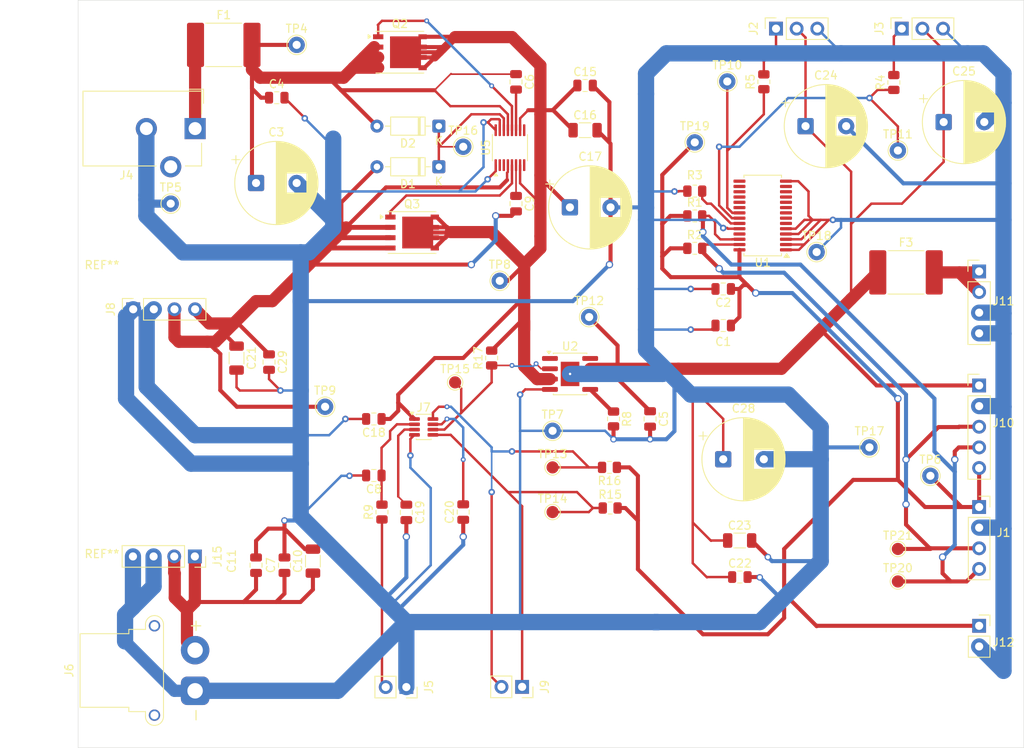
<source format=kicad_pcb>
(kicad_pcb (version 20241229) (generator "pcbnew") (generator_version "9.0")
  (layers (0 "F.Cu" signal) (2 "B.Cu" signal) (13 "F.Paste" user) (15 "B.Paste" user) (5 "F.SilkS" user "F.Silkscreen") (7 "B.SilkS" user "B.Silkscreen") (1 "F.Mask" user) (3 "B.Mask" user) (25 "Edge.Cuts" user))
  (net 0 "")
  (net 1 "Net-(U1-~{OE})")
  (net 2 "GND")
  (net 3 "Net-(D1-K)")
  (net 4 "I2C_SCL")
  (net 5 "I2C_SDA")
  (net 6 "+3.3V_PI")
  (net 7 "/SYS_EN")
  (net 8 "/PWR_KILL")
  (net 9 "/PWR_INT")
  (net 10 "+5V_MAIN")
  (net 11 "+5V_SRC")
  (net 12 "+5V_BAT")
  (net 13 "+5V_USB")
  (net 14 "Net-(J2-Pin_1)")
  (net 15 "Net-(U1-LED14)")
  (net 16 "Net-(U1-LED15)")
  (net 17 "Net-(J3-Pin_1)")
  (net 18 "Net-(J7-PDT)")
  (net 19 "Net-(J7-ONT)")
  (net 20 "Net-(J7-PB)")
  (net 21 "Net-(U5-*ONST2)")
  (net 22 "Net-(U5-*ONST1)")
  (net 23 "Net-(J5-Pin_2)")
  (net 24 "Net-(U2-ISET)")
  (net 41 "Net-(U2-CT)")
  (net 43 "Net-(Q2-G)")
  (net 44 "Net-(Q3-G)")
  (net 46 "Net-(U5-CPO1)")
  (net 48 "Net-(U5-CPO2)")
  (net 49 "Net-(F1-Pad1)")
  (net 50 "Net-(J11-Pin_1)")
  (net 51 "CELL+")
  (footprint "Connector_PinSocket_2.54mm:PinSocket_1x02_P2.54mm_Vertical" (layer "F.Cu") (at 132 131 -90)
    (property "Reference" "J5")
    (property "Value" "Button Kill Switch")
  )
  (footprint "Connector_PinHeader_2.54mm:PinHeader_1x05_P2.54mm_Vertical" (layer "F.Cu") (at 202.5 93.88)
    (property "Reference" "J10")
    (property "Value" "Lidar")
  )
  (footprint "Resistor_SMD:R_0805_2012Metric" (layer "F.Cu") (at 167.5 73.01)
    (property "Reference" "R1")
    (property "Value" "4.7k")
  )
  (footprint "Fuse:Fuse_2920_7451Metric_Pad2.10x5.45mm_HandSolder" (layer "F.Cu") (at 193.5 79.96)
    (property "Reference" "F3")
    (property "Value" "F_PWR")
  )
  (footprint "TestPoint:TestPoint_THTPad_D2.0mm_Drill1.0mm" (layer "F.Cu") (at 122 96.5)
    (property "Reference" "TP9")
    (property "Value" "TP_BAT")
  )
  (footprint "Resistor_SMD:R_0805_2012Metric" (layer "F.Cu") (at 176 56.5 90)
    (property "Reference" "R5")
    (property "Value" "220")
  )
  (footprint "TestPoint:TestPoint_THTPad_D2.0mm_Drill1.0mm" (layer "F.Cu") (at 192.5 64.96)
    (property "Reference" "TP11")
    (property "Value" "TP_M2")
  )
  (footprint "Capacitor_SMD:C_0805_2012Metric" (layer "F.Cu") (at 115.1 91 -90)
    (property "Reference" "C29")
    (property "Value" "0.1 uF")
  )
  (footprint "Capacitor_SMD:C_0805_2012Metric" (layer "F.Cu") (at 113.5 116 90)
    (property "Reference" "C11")
    (property "Value" "0.1 uF")
  )
  (footprint "Capacitor_SMD:C_0805_2012Metric" (layer "F.Cu") (at 162 98 -90)
    (property "Reference" "C5")
    (property "Value" "1 uF")
  )
  (footprint "TestPoint:TestPoint_Pad_D1.5mm" (layer "F.Cu") (at 138 93.5)
    (property "Reference" "TP15")
    (property "Value" "TP_EN")
  )
  (footprint "TestPoint:TestPoint_Pad_D1.5mm" (layer "F.Cu") (at 150 109.46)
    (property "Reference" "TP14")
    (property "Value" "TP_PWR_INT")
  )
  (footprint "Capacitor_THT:CP_Radial_D10.0mm_P5.00mm" (layer "F.Cu") (at 152.132323 71.96)
    (property "Reference" "C17")
    (property "Value" "470 uF")
  )
  (footprint "Package_SO:MSOP-16_3x4.039mm_P0.5mm" (layer "F.Cu") (at 144.75 64.61 90)
    (property "Reference" "U5")
    (property "Value" "LTC4353IMS-PBF")
  )
  (footprint "Diode_THT:D_DO-35_SOD27_P7.62mm_Horizontal" (layer "F.Cu") (at 136 66.96 180)
    (property "Reference" "D1")
    (property "Value" "1N4148")
  )
  (footprint "Connector_PinSocket_2.54mm:PinSocket_1x04_P2.54mm_Vertical" (layer "F.Cu") (at 105.97 114.92 -90)
    (property "Reference" "J15")
    (property "Value" "D24V90F5-A")
  )
  (footprint "Capacitor_SMD:C_1206_3216Metric" (layer "F.Cu") (at 111.1 90.51 -90)
    (property "Reference" "C21")
    (property "Value" "47 uF")
  )
  (footprint "Capacitor_SMD:C_0805_2012Metric" (layer "F.Cu") (at 171 86.5)
    (property "Reference" "C1")
    (property "Value" "0.1 uF")
  )
  (footprint "Resistor_SMD:R_0805_2012Metric" (layer "F.Cu") (at 167.5 77)
    (property "Reference" "R2")
    (property "Value" "4.7k")
  )
  (footprint "Package_SO:TSSOP-28_4.4x9.7mm_P0.65mm" (layer "F.Cu") (at 175.8625 72.96 180)
    (property "Reference" "U1")
    (property "Value" "PCA9685PW")
  )
  (footprint "Resistor_SMD:R_0805_2012Metric" (layer "F.Cu") (at 157.0875 108.96)
    (property "Reference" "R15")
    (property "Value" "10k")
  )
  (footprint "Connector_PinSocket_2.54mm:PinSocket_1x02_P2.54mm_Vertical" (layer "F.Cu") (at 146.25 130.975 -90)
    (property "Reference" "J9")
    (property "Value" "Pi GPIO")
  )
  (footprint "Capacitor_SMD:C_0805_2012Metric" (layer "F.Cu") (at 139 109.46 90)
    (property "Reference" "C20")
    (property "Value" "1 uF")
  )
  (footprint "Resistor_SMD:R_0805_2012Metric" (layer "F.Cu") (at 142.5 90.5 90)
    (property "Reference" "R17")
    (property "Value" "10k")
  )
  (footprint "Package_SO:PowerPAK_SO-8_Single" (layer "F.Cu") (at 132.705 75.055)
    (property "Reference" "Q3")
    (property "Value" "Q_NMOS_GDS")
  )
  (footprint "MountingHole:MountingHole_2.2mm_M2_DIN965" (layer "F.Cu") (at 94.54 81.9)
    (property "Reference" "REF**")
    (property "Value" "MountingHole_2.2mm_M2_DIN965")
  )
  (footprint "Package_SO:SOIC-8-1EP_3.9x4.9mm_P1.27mm_EP2.29x3mm" (layer "F.Cu") (at 152.15 92.46)
    (property "Reference" "U2")
    (property "Value" "TPS2421-2DDAR")
  )
  (footprint "Diode_THT:D_DO-35_SOD27_P7.62mm_Horizontal" (layer "F.Cu") (at 136 61.96 180)
    (property "Reference" "D2")
    (property "Value" "1N4148")
  )
  (footprint "TestPoint:TestPoint_THTPad_D2.0mm_Drill1.0mm" (layer "F.Cu") (at 167.5 63.96)
    (property "Reference" "TP19")
    (property "Value" "TP_PCA")
  )
  (footprint "TestPoint:TestPoint_THTPad_D2.0mm_Drill1.0mm" (layer "F.Cu") (at 154.5 85.46)
    (property "Reference" "TP12")
    (property "Value" "TP_5V_MAIN")
  )
  (footprint "Capacitor_SMD:C_1206_3216Metric" (layer "F.Cu") (at 173.025 112.96)
    (property "Reference" "C23")
    (property "Value" "47 uF")
  )
  (footprint "Capacitor_THT:CP_Radial_D10.0mm_P5.00mm" (layer "F.Cu") (at 171 102.96)
    (property "Reference" "C28")
    (property "Value" "470 uF")
  )
  (footprint "Resistor_SMD:R_0805_2012Metric" (layer "F.Cu") (at 129 109.46 90)
    (property "Reference" "R9")
    (property "Value" "5.1k")
  )
  (footprint "Capacitor_THT:CP_Radial_D10.0mm_P5.00mm" (layer "F.Cu") (at 198.132323 61.46)
    (property "Reference" "C25")
    (property "Value" "470 uF")
  )
  (footprint "Package_SO:PowerPAK_SO-8_Single" (layer "F.Cu") (at 131.205 52.865)
    (property "Reference" "Q2")
    (property "Value" "Q_NMOS_GDS")
  )
  (footprint "TestPoint:TestPoint_Pad_D1.5mm" (layer "F.Cu") (at 192.5 114)
    (property "Reference" "TP21")
    (property "Value" "TP_SDA")
  )
  (footprint "Package_TO_SOT_SMD:SOT-23-8" (layer "F.Cu") (at 134.1375 98.985)
    (property "Reference" "J7")
    (property "Value" "LTC2954-2")
  )
  (footprint "Connector_PinSocket_2.54mm:PinSocket_1x02_P2.54mm_Vertical" (layer "F.Cu") (at 202.5 123.46)
    (property "Reference" "J12")
    (property "Value" "PIR")
  )
  (footprint "Resistor_SMD:R_0805_2012Metric" (layer "F.Cu") (at 192 56.5875 90)
    (property "Reference" "R4")
    (property "Value" "220")
  )
  (footprint "Capacitor_SMD:C_0805_2012Metric" (layer "F.Cu") (at 173.05 117.46)
    (property "Reference" "C22")
    (property "Value" "0.1 uF")
  )
  (footprint "Capacitor_SMD:C_0805_2012Metric" (layer "F.Cu") (at 145.5 71.5 -90)
    (property "Reference" "C9")
    (property "Value" "56 nF")
  )
  (footprint "Capacitor_SMD:C_0805_2012Metric" (layer "F.Cu") (at 128 98 180)
    (property "Reference" "C18")
    (property "Value" "0.1 uF")
  )
  (footprint "Capacitor_SMD:C_0805_2012Metric" (layer "F.Cu") (at 116.05 58.46)
    (property "Reference" "C4")
    (property "Value" "0.1 uF")
  )
  (footprint "Capacitor_SMD:C_0805_2012Metric" (layer "F.Cu") (at 132 109.5 -90)
    (property "Reference" "C19")
    (property "Value" "0.33 uF")
  )
  (footprint "TestPoint:TestPoint_THTPad_D2.0mm_Drill1.0mm" (layer "F.Cu") (at 196.5 105)
    (property "Reference" "TP6")
    (property "Value" "TP_PI")
  )
  (footprint "Capacitor_SMD:C_1206_3216Metric" (layer "F.Cu") (at 154 62.46)
    (property "Reference" "C16")
    (property "Value" "47 uF")
  )
  (footprint "Capacitor_SMD:C_0805_2012Metric" (layer "F.Cu") (at 117 116 90)
    (property "Reference" "C7")
    (property "Value" "10 uF")
  )
  (footprint "Connector_AMASS:AMASS_XT30PW-F_1x02_P2.50mm_Horizontal" (layer "F.Cu") (at 106 131.46 90)
    (property "Reference" "J6")
    (property "Value" "XT30_BAT")
  )
  (footprint "Resistor_SMD:R_0805_2012Metric" (layer "F.Cu") (at 157.5 98 -90)
    (property "Reference" "R8")
    (property "Value" "49.9k")
  )
  (footprint "Capacitor_SMD:C_0805_2012Metric" (layer "F.Cu") (at 128 104.96 180)
    (property "Reference" "C8")
    (property "Value" "0.1 uF")
  )
  (footprint "Connector_PinHeader_2.54mm:PinHeader_1x04_P2.54mm_Vertical" (layer "F.Cu") (at 202.5 79.84)
    (property "Reference" "J11")
    (property "Value" "J_PI_PWR")
  )
  (footprint "TestPoint:TestPoint_Pad_D1.5mm" (layer "F.Cu") (at 192.5 118)
    (property "Reference" "TP20")
    (property "Value" "TP_SCL")
  )
  (footprint "Fuse:Fuse_2920_7451Metric_Pad2.10x5.45mm_HandSolder" (layer "F.Cu") (at 109.525 51.96)
    (property "Reference" "F1")
    (property "Value" "6A-7.5A")
  )
  (footprint "Capacitor_SMD:C_0805_2012Metric" (layer "F.Cu") (at 154 56.96)
    (property "Reference" "C15")
    (property "Value" "0.1 uF")
  )
  (footprint "TestPoint:TestPoint_THTPad_D2.0mm_Drill1.0mm" (layer "F.Cu") (at 182.5 77.46)
    (property "Reference" "TP18")
    (property "Value" "TP_GND4")
  )
  (footprint "Connector_PinSocket_2.54mm:PinSocket_1x03_P2.54mm_Vertical" (layer "F.Cu") (at 192.975 49.96 90)
    (property "Reference" "J3")
    (property "Value" "Motor 2")
  )
  (footprint "TestPoint:TestPoint_THTPad_D2.0mm_Drill1.0mm" (layer "F.Cu") (at 143.5 81)
    (property "Reference" "TP8")
    (property "Value" "TP_5V_SRC")
  )
  (footprint "Capacitor_SMD:C_1206_3216Metric" (layer "F.Cu") (at 120.5 115.5 90)
    (property "Reference" "C10")
    (property "Value" "47 uF")
  )
  (footprint "Capacitor_THT:CP_Radial_D10.0mm_P5.00mm" (layer "F.Cu") (at 181.132323 61.96)
    (property "Reference" "C24")
    (property "Value" "470 uF")
  )
  (footprint "Capacitor_SMD:C_0805_2012Metric" (layer "F.Cu") (at 171 82 180)
    (property "Reference" "C2")
    (property "Value" "10 uF")
  )
  (footprint "TestPoint:TestPoint_THTPad_D2.0mm_Drill1.0mm" (layer "F.Cu") (at 189 101.5)
    (property "Reference" "TP17")
    (property "Value" "TP_GND3")
  )
  (footprint "TestPoint:TestPoint_THTPad_D2.0mm_Drill1.0mm" (layer "F.Cu") (at 150 99.46)
    (property "Reference" "TP7")
    (property "Value" "TP_GND2")
  )
  (footprint "Capacitor_SMD:C_0805_2012Metric" (layer "F.Cu") (at 145.5 56.51 -90)
    (property "Reference" "C6")
    (property "Value" "56 nF")
  )
  (footprint "MountingHole:MountingHole_2.2mm_M2_DIN965" (layer "F.Cu") (at 94.54 117.46)
    (property "Reference" "REF**")
    (property "Value" "MountingHole_2.2mm_M2_DIN965")
  )
  (footprint "Resistor_SMD:R_0805_2012Metric" (layer "F.Cu") (at 167.5 69.96 180)
    (property "Reference" "R3")
    (property "Value" "10k")
  )
  (footprint "TestPoint:TestPoint_THTPad_D2.0mm_Drill1.0mm" (layer "F.Cu") (at 103 71.5)
    (property "Reference" "TP5")
    (property "Value" "TP_GND1")
  )
  (footprint "Connector_PinSocket_2.54mm:PinSocket_1x04_P2.54mm_Vertical" (layer "F.Cu") (at 98.38 84.5 90)
    (property "Reference" "J8")
    (property "Value" "D24V90F5-B")
  )
  (footprint "TestPoint:TestPoint_Pad_D1.5mm" (layer "F.Cu") (at 150 103.96)
    (property "Reference" "TP13")
    (property "Value" "TP_PWR_KILL")
  )
  (footprint "Connector_BarrelJack:BarrelJack_CUI_PJ-102AH_Horizontal" (layer "F.Cu") (at 106 62.26 -90)
    (property "Reference" "J4")
    (property "Value" "Barrel_Jack")
  )
  (footprint "Capacitor_THT:CP_Radial_D10.0mm_P5.00mm" (layer "F.Cu") (at 113.5 68.96)
    (property "Reference" "C3")
    (property "Value" "470 uF")
  )
  (footprint "TestPoint:TestPoint_THTPad_D2.0mm_Drill1.0mm" (layer "F.Cu") (at 171.5 56.46)
    (property "Reference" "TP10")
    (property "Value" "TP_M1")
  )
  (footprint "TestPoint:TestPoint_THTPad_D2.0mm_Drill1.0mm" (layer "F.Cu") (at 139 64.5)
    (property "Reference" "TP16")
    (property "Value" "TP_VCC")
  )
  (footprint "Connector_PinSocket_2.54mm:PinSocket_1x04_P2.54mm_Vertical" (layer "F.Cu") (at 202.5 108.84)
    (property "Reference" "J1")
    (property "Value" "PI_I2C")
  )
  (footprint "TestPoint:TestPoint_THTPad_D2.0mm_Drill1.0mm" (layer "F.Cu") (at 118.5 51.96)
    (property "Reference" "TP4")
    (property "Value" "TP_Jack")
  )
  (footprint "Resistor_SMD:R_0805_2012Metric" (layer "F.Cu") (at 157 103.96 180)
    (property "Reference" "R16")
    (property "Value" "10k")
  )
  (footprint "Connector_PinSocket_2.54mm:PinSocket_1x03_P2.54mm_Vertical" (layer "F.Cu") (at 177.5 49.96 90)
    (property "Reference" "J2")
    (property "Value" "Motor 1")
  )
  (gr_rect (start 91.6 46.46) (end 208 138.46) (stroke (width 0.05)) (fill no) (layer "Edge.Cuts"))
  (segment (start 168.4125 69.96) (end 168.4125 70.9125) (width 0.3) (layer "F.Cu") (net 1))
  (segment (start 169.5 71.5) (end 171.935 73.935) (width 0.3) (layer "F.Cu") (net 1))
  (segment (start 168.4125 70.9125) (end 169 71.5) (width 0.3) (layer "F.Cu") (net 1))
  (segment (start 171.935 73.935) (end 173 73.935) (width 0.3) (layer "F.Cu") (net 1))
  (segment (start 169 71.5) (end 169.5 71.5) (width 0.3) (layer "F.Cu") (net 1))
  (segment (start 181.5 73) (end 182 73.5) (width 0.3) (layer "F.Cu") (net 2))
  (segment (start 180.265 75.235) (end 182 73.5) (width 0.3) (layer "F.Cu") (net 2))
  (segment (start 176.5 114.96) (end 176.5 115) (width 0.5) (layer "F.Cu") (net 2))
  (segment (start 156.99 63.975) (end 155.475 62.46) (width 0.5) (layer "F.Cu") (net 2))
  (segment (start 132 110.45) (end 132 112.5) (width 0.5) (layer "F.Cu") (net 2))
  (segment (start 174.5 112.96) (end 176.5 114.96) (width 0.5) (layer "F.Cu") (net 2))
  (segment (start 149.675 94.365) (end 146.635 94.365) (width 0.3) (layer "F.Cu") (net 2))
  (segment (start 117 58.46) (end 119.5 60.96) (width 0.3) (layer "F.Cu") (net 2))
  (segment (start 170.05 82) (end 167 82) (width 0.3) (layer "F.Cu") (net 2))
  (segment (start 143.5 61.20852) (end 143.39574 61.10426) (width 0.3) (layer "F.Cu") (net 2))
  (segment (start 143 62.46) (end 142.04 61.5) (width 0.3) (layer "F.Cu") (net 2))
  (segment (start 180.615 75.885) (end 183 73.5) (width 0.3) (layer "F.Cu") (net 2))
  (segment (start 154.95 56.96) (end 156.99 59) (width 0.5) (layer "F.Cu") (net 2))
  (segment (start 178.725 76.535) (end 180.965 76.535) (width 0.3) (layer "F.Cu") (net 2))
  (segment (start 143 67.5) (end 142 68.5) (width 0.3) (layer "F.Cu") (net 2))
  (segment (start 162 98.95) (end 162 100.5) (width 0.5) (layer "F.Cu") (net 2))
  (segment (start 157.132323 71.96) (end 157.132323 64.117323) (width 0.5) (layer "F.Cu") (net 2))
  (segment (start 171.585 74.585) (end 171.5 74.5) (width 0.3) (layer "F.Cu") (net 2))
  (segment (start 120.5 114.025) (end 119.525 114.025) (width 0.5) (layer "F.Cu") (net 2))
  (segment (start 142.43574 61.10426) (end 142.04 61.5) (width 0.3) (layer "F.Cu") (net 2))
  (segment (start 115 111.5) (end 117 111.5) (width 0.5) (layer "F.Cu") (net 2))
  (segment (start 180.965 76.535) (end 184 73.5) (width 0.3) (layer "F.Cu") (net 2))
  (segment (start 178.725 75.235) (end 180.265 75.235) (width 0.3) (layer "F.Cu") (net 2))
  (segment (start 116.5 94.5) (end 111.5 94.5) (width 0.3) (layer "F.Cu") (net 2))
  (segment (start 171.5 74.5) (end 171 74.5) (width 0.3) (layer "F.Cu") (net 2))
  (segment (start 179.915 74.585) (end 181 73.5) (width 0.3) (layer "F.Cu") (net 2))
  (segment (start 157.132323 78.867677) (end 157 79) (width 0.3) (layer "F.Cu") (net 2))
  (segment (start 180.315 77.185) (end 180.965 76.535) (width 0.3) (layer "F.Cu") (net 2))
  (segment (start 157.5 98.9125) (end 157.5 100.5) (width 0.5) (layer "F.Cu") (net 2))
  (segment (start 178.725 68.735) (end 180.235 68.735) (width 0.3) (layer "F.Cu") (net 2))
  (segment (start 143.5 62.46) (end 143.5 61.20852) (width 0.3) (layer "F.Cu") (net 2))
  (segment (start 113.5 113) (end 115 111.5) (width 0.5) (layer "F.Cu") (net 2))
  (segment (start 111.1 94.1) (end 111.1 91.985) (width 0.3) (layer "F.Cu") (net 2))
  (segment (start 173 74.585) (end 171.585 74.585) (width 0.3) (layer "F.Cu") (net 2))
  (segment (start 180.235 68.735) (end 181.5 70) (width 0.3) (layer "F.Cu") (net 2))
  (segment (start 133 99.96) (end 132.5 100.46) (width 0.3) (layer "F.Cu") (net 2))
  (segment (start 165 70) (end 165.5 70) (width 0.3) (layer "F.Cu") (net 2))
  (segment (start 142.04 61.5) (end 141.5 61.5) (width 0.3) (layer "F.Cu") (net 2))
  (segment (start 119.5 60.96) (end 119.5 61) (width 0.3) (layer "F.Cu") (net 2))
  (segment (start 132.5 100.46) (end 132.5 102.5) (width 0.3) (layer "F.Cu") (net 2))
  (segment (start 157.132323 64.117323) (end 156.99 63.975) (width 0.3) (layer "F.Cu") (net 2))
  (segment (start 115.1 91.95) (end 115.1 93.1) (width 0.3) (layer "F.Cu") (net 2))
  (segment (start 181.5 70) (end 181.5 73) (width 0.3) (layer "F.Cu") (net 2))
  (segment (start 178.725 77.185) (end 180.315 77.185) (width 0.3) (layer "F.Cu") (net 2))
  (segment (start 113.5 115.05) (end 113.5 113) (width 0.5) (layer "F.Cu") (net 2))
  (segment (start 170.05 86.5) (end 169.55 87) (width 0.3) (layer "F.Cu") (net 2))
  (segment (start 146.635 94.365) (end 146 95) (width 0.3) (layer "F.Cu") (net 2))
  (segment (start 178.725 75.885) (end 180.615 75.885) (width 0.3) (layer "F.Cu") (net 2))
  (segment (start 156.99 59) (end 156.99 63.975) (width 0.5) (layer "F.Cu") (net 2))
  (segment (start 169.55 87) (end 167 87) (width 0.3) (layer "F.Cu") (net 2))
  (segment (start 174 117.46) (end 175.46 117.46) (width 0.5) (layer "F.Cu") (net 2))
  (segment (start 117 115.05) (end 117 111.5) (width 0.5) (layer "F.Cu") (net 2))
  (segment (start 157.132323 71.96) (end 157.132323 78.867677) (width 0.5) (layer "F.Cu") (net 2))
  (segment (start 127.05 104.96) (end 125.04 104.96) (width 0.3) (layer "F.Cu") (net 2))
  (segment (start 181 73.5) (end 184.5 73.5) (width 0.3) (layer "F.Cu") (net 2))
  (segment (start 139 110.41) (end 139 112.5) (width 0.5) (layer "F.Cu") (net 2))
  (segment (start 143 66.76) (end 143 67.5) (width 0.3) (layer "F.Cu") (net 2))
  (segment (start 166.5875 69.96) (end 165.54 69.96) (width 0.3) (layer "F.Cu") (net 2))
  (segment (start 143.39574 61.10426) (end 142.43574 61.10426) (width 0.3) (layer "F.Cu") (net 2))
  (segment (start 119.525 114.025) (end 117 111.5) (width 0.5) (layer "F.Cu") (net 2))
  (segment (start 115.1 93.1) (end 116.5 94.5) (width 0.3) (layer "F.Cu") (net 2))
  (segment (start 111.5 94.5) (end 111.1 94.1) (width 0.3) (layer "F.Cu") (net 2))
  (segment (start 117 111.5) (end 117 110.5) (width 0.5) (layer "F.Cu") (net 2))
  (segment (start 125.04 104.96) (end 125 105) (width 0.3) (layer "F.Cu") (net 2))
  (segment (start 175.46 117.46) (end 175.5 117.5) (width 0.5) (layer "F.Cu") (net 2))
  (segment (start 127.05 98) (end 124.5 98) (width 0.3) (layer "F.Cu") (net 2))
  (segment (start 178.725 74.585) (end 179.915 74.585) (width 0.3) (layer "F.Cu") (net 2))
  (segment (start 165.5 70) (end 165.54 69.96) (width 0.3) (layer "F.Cu") (net 2))
  (via (at 162 100.5) (size 0.8) (drill 0.5) (layers "F.Cu" "B.Cu") (net 2))
  (via (at 175.5 117.5) (size 0.8) (drill 0.5) (layers "F.Cu" "B.Cu") (net 2))
  (via (at 116.5 94.5) (size 0.8) (drill 0.4) (layers "F.Cu" "B.Cu") (net 2))
  (via (at 124.5 98) (size 0.8) (drill 0.4) (layers "F.Cu" "B.Cu") (net 2))
  (via (at 117 110.5) (size 0.8) (drill 0.5) (layers "F.Cu" "B.Cu") (net 2))
  (via (at 141.5 61.5) (size 0.8) (drill 0.4) (layers "F.Cu" "B.Cu") (net 2))
  (via (at 152.15 92.46) (size 0.6) (drill 0.3) (layers "F.Cu" "B.Cu") (net 2))
  (via (at 132.5 102.5) (size 0.8) (drill 0.4) (layers "F.Cu" "B.Cu") (net 2))
  (via (at 176.5 115) (size 0.8) (drill 0.5) (layers "F.Cu" "B.Cu") (net 2))
  (via (at 125 105) (size 0.8) (drill 0.4) (layers "F.Cu" "B.Cu") (net 2))
  (via (at 184.5 73.5) (size 0.8) (drill 0.4) (layers "F.Cu" "B.Cu") (net 2))
  (via (at 146 95) (size 0.8) (drill 0.4) (layers "F.Cu" "B.Cu") (net 2))
  (via (at 157.5 100.5) (size 0.8) (drill 0.5) (layers "F.Cu" "B.Cu") (net 2))
  (via (at 132 112.5) (size 0.9) (drill 0.6) (layers "F.Cu" "B.Cu") (net 2))
  (via (at 167 87) (size 0.8) (drill 0.4) (layers "F.Cu" "B.Cu") (net 2))
  (via (at 165 70) (size 0.8) (drill 0.4) (layers "F.Cu" "B.Cu") (net 2))
  (via (at 119.5 61) (size 0.8) (drill 0.4) (layers "F.Cu" "B.Cu") (net 2))
  (via (at 142 68.5) (size 0.8) (drill 0.4) (layers "F.Cu" "B.Cu") (net 2))
  (via (at 171 74.5) (size 0.8) (drill 0.4) (layers "F.Cu" "B.Cu") (net 2))
  (via (at 157 79) (size 0.9) (drill 0.6) (layers "F.Cu" "B.Cu") (net 2))
  (via (at 139 112.5) (size 0.9) (drill 0.6) (layers "F.Cu" "B.Cu") (net 2))
  (via (at 167 82) (size 0.8) (drill 0.4) (layers "F.Cu" "B.Cu") (net 2))
  (segment (start 138.5 70) (end 123 70) (width 0.3) (layer "B.Cu") (net 2))
  (segment (start 161.5 55.5) (end 164 53) (width 2) (layer "B.Cu") (net 2))
  (segment (start 132 117.5) (end 129.25 120.25) (width 0.5) (layer "B.Cu") (net 2))
  (segment (start 164 53) (end 185.5 53) (width 2) (layer "B.Cu") (net 2))
  (segment (start 98.35 121.15) (end 98.35 114.92) (width 2) (layer "B.Cu") (net 2))
  (segment (start 157.132323 71.96) (end 161.46 71.96) (width 0.5) (layer "B.Cu") (net 2))
  (segment (start 202.5 126) (end 205.5 129) (width 2) (layer "B.Cu") (net 2))
  (segment (start 129.25 120.25) (end 130 121) (width 2) (layer "B.Cu") (net 2))
  (segment (start 135 116) (end 130 121) (width 0.3) (layer "B.Cu") (net 2))
  (segment (start 104.5 77.5) (end 119 77.5) (width 2) (layer "B.Cu") (net 2))
  (segment (start 123 70) (end 123 63.5) (width 2) (layer "B.Cu") (net 2))
  (segment (start 103 71.5) (end 100.5 71.5) (width 1) (layer "B.Cu") (net 2))
  (segment (start 163 123) (end 162.5 123) (width 2) (layer "B.Cu") (net 2))
  (segment (start 130.75 121.75) (end 132 123) (width 2) (layer "B.Cu") (net 2))
  (segment (start 202.5 96.42) (end 205.42 96.42) (width 2) (layer "B.Cu") (net 2))
  (segment (start 119 94.5) (end 119 100) (width 2) (layer "B.Cu") (net 2))
  (segment (start 161.5 82) (end 161.5 73.5) (width 2) (layer "B.Cu") (net 2))
  (segment (start 201.095 53) (end 203 53) (width 2) (layer "B.Cu") (net 2))
  (segment (start 123 74.5) (end 123 73.5) (width 2) (layer "B.Cu") (net 2))
  (segment (start 146 99.5) (end 146.04 99.46) (width 0.3) (layer "B.Cu") (net 2))
  (segment (start 139 112.5) (end 139 113.5) (width 0.5) (layer "B.Cu") (net 2))
  (segment (start 185.5 53) (end 201.095 53) (width 2) (layer "B.Cu") (net 2))
  (segment (start 161.5 70) (end 161.5 58) (width 2) (layer "B.Cu") (net 2))
  (segment (start 182.96 102.96) (end 183 103) (width 2) (layer "B.Cu") (net 2))
  (segment (start 176 102.96) (end 182.96 102.96) (width 2) (layer "B.Cu") (net 2))
  (segment (start 119 77.5) (end 119 83.5) (width 2) (layer "B.Cu") (net 2))
  (segment (start 161.5 72) (end 161.5 70) (width 2) (layer "B.Cu") (net 2))
  (segment (start 119 103.5) (end 105.5 103.5) (width 2) (layer "B.Cu") (net 2))
  (segment (start 204.5 54.5) (end 205.5 55.5) (width 2) (layer "B.Cu") (net 2))
  (segment (start 161.5 89.5) (end 161.5 87) (width 2) (layer "B.Cu") (net 2))
  (segment (start 182.5 77.46) (end 185.5 74.46) (width 0.3) (layer "B.Cu") (net 2))
  (segment (start 183 101.5) (end 183 103) (width 2) (layer "B.Cu") (net 2))
  (segment (start 205.46 87.46) (end 205.5 87.5) (width 2) (layer "B.Cu") (net 2))
  (segment (start 105.5 103.5) (end 97.5 95.5) (width 2) (layer "B.Cu") (net 2))
  (segment (start 118.5 68.96) (end 123 73.46) (width 2) (layer "B.Cu") (net 2))
  (segment (start 142 68.5) (end 140.5 70) (width 0.3) (layer "B.Cu") (net 2))
  (segment (start 182.58 49.96) (end 185.5 52.88) (width 0.3) (layer "B.Cu") (net 2))
  (segment (start 183 115.5) (end 183 103) (width 2) (layer "B.Cu") (net 2))
  (segment (start 162 100.5) (end 164 100.5) (width 0.5) (layer "B.Cu") (net 2))
  (segment (start 124.5 98) (end 122.5 100) (width 0.3) (layer "B.Cu") (net 2))
  (segment (start 140.5 70) (end 138.5 70) (width 0.3) (layer "B.Cu") (net 2))
  (segment (start 205.5 96.5) (end 205.5 111.5) (width 2) (layer "B.Cu") (net 2))
  (segment (start 100.04 85.38) (end 100.92 84.5) (width 2) (layer "B.Cu") (net 2))
  (segment (start 202.5 111.38) (end 205.38 111.38) (width 2) (layer "B.Cu") (net 2))
  (segment (start 152.15 92.46) (end 153.5 92.46) (width 2) (layer "B.Cu") (net 2))
  (segment (start 122.5 100) (end 119 100) (width 0.3) (layer "B.Cu") (net 2))
  (segment (start 100.89 118.61) (end 100.89 114.92) (width 2) (layer "B.Cu") (net 2))
  (segment (start 185.5 52.88) (end 185.5 53) (width 0.3) (layer "B.Cu") (net 2))
  (segment (start 97.38 125.38) (end 97.38 122.12) (width 2) (layer "B.Cu") (net 2))
  (segment (start 152.5 83.5) (end 119 83.5) (width 0.5) (layer "B.Cu") (net 2))
  (segment (start 178.25 120.25) (end 183 115.5) (width 2) (layer "B.Cu") (net 2))
  (segment (start 132 112.5) (end 132 117.5) (width 0.5) (layer "B.Cu") (net 2))
  (segment (start 156.46 99.46) (end 157.5 100.5) (width 0.3) (layer "B.Cu") (net 2))
  (segment (start 167 95) (end 179 95) (width 2) (layer "B.Cu") (net 2))
  (segment (start 202.5 87.46) (end 205.46 87.46) (width 2) (layer "B.Cu") (net 2))
  (segment (start 205.5 87.5) (end 205.5 96.5) (width 2) (layer "B.Cu") (net 2))
  (segment (start 141.5 61.5) (end 141.5 67) (width 0.3) (layer "B.Cu") (net 2))
  (segment (start 124 105) (end 119 110) (width 0.3) (layer "B.Cu") (net 2))
  (segment (start 132 131) (end 132 123) (width 2) (layer "B.Cu") (net 2))
  (segment (start 119 103.5) (end 119 110) (width 2) (layer "B.Cu") (net 2))
  (segment (start 125 105) (end 124 105) (width 0.3) (layer "B.Cu") (net 2))
  (segment (start 153.5 92.46) (end 163.54 92.46) (width 2) (layer "B.Cu") (net 2))
  (segment (start 100 71) (end 100 73) (width 2) (layer "B.Cu") (net 2))
  (segment (start 165 70) (end 161.5 70) (width 0.3) (layer "B.Cu") (net 2))
  (segment (start 119 83.5) (end 119 94.5) (width 2) (layer "B.Cu") (net 2))
  (segment (start 205.38 111.38) (end 205.5 111.5) (width 2) (layer "B.Cu") (net 2))
  (segment (start 146 99.5) (end 146 123) (width 0.3) (layer "B.Cu") (net 2))
  (segment (start 106 131.46) (end 123.54 131.46) (width 2) (layer "B.Cu") (net 2))
  (segment (start 119 77.5) (end 120 77.5) (width 2) (layer "B.Cu") (net 2))
  (segment (start 119.5 61) (end 122 63.5) (width 0.3) (layer "B.Cu") (net 2))
  (segment (start 97.5 85.38) (end 98.38 84.5) (width 2) (layer "B.Cu") (net 2))
  (segment (start 163.54 92.46) (end 164 92) (width 2) (layer "B.Cu") (net 2))
  (segment (start 203.132323 61.46) (end 205.5 59.092323) (width 2) (layer "B.Cu") (net 2))
  (segment (start 150 99.46) (end 156.46 99.46) (width 0.3) (layer "B.Cu") (net 2))
  (segment (start 119 100) (end 106 100) (width 2) (layer "B.Cu") (net 2))
  (segment (start 164 92) (end 167 95) (width 2) (layer "B.Cu") (net 2))
  (segment (start 162.5 123) (end 175.5 123) (width 2) (layer "B.Cu") (net 2))
  (segment (start 117 110.5) (end 118.5 110.5) (width 0.5) (layer "B.Cu") (net 2))
  (segment (start 161.5 73.5) (end 161.5 72) (width 2) (layer "B.Cu") (net 2))
  (segment (start 157 79) (end 152.5 83.5) (width 0.5) (layer "B.Cu") (net 2))
  (segment (start 100 70.46) (end 100 71) (width 2) (layer "B.Cu") (net 2))
  (segment (start 132 123) (end 146 123) (width 2) (layer "B.Cu") (net 2))
  (segment (start 130 121) (end 130.75 121.75) (width 2) (layer "B.Cu") (net 2))
  (segment (start 100 62.26) (end 100 70.46) (width 2) (layer "B.Cu") (net 2))
  (segment (start 106 131.46) (end 103.46 131.46) (width 1.5) (layer "B.Cu") (net 2))
  (segment (start 167 87) (end 161.5 87) (width 0.3) (layer "B.Cu") (net 2))
  (segment (start 100.04 94.04) (end 100.04 85.38) (width 2) (layer "B.Cu") (net 2))
  (segment (start 205.5 111.5) (end 205.5 129) (width 2) (layer "B.Cu") (net 2))
  (segment (start 135 106.5) (end 135 116) (width 0.3) (layer "B.Cu") (net 2))
  (segment (start 123.54 131.46) (end 132 123) (width 2) (layer "B.Cu") (net 2))
  (segment (start 183 99) (end 183 101.5) (width 2) (layer "B.Cu") (net 2))
  (segment (start 185.5 73.5) (end 205.5 73.5) (width 0.5) (layer "B.Cu") (net 2))
  (segment (start 193.172323 69) (end 205.5 69) (width 0.5) (layer "B.Cu") (net 2))
  (segment (start 103.46 131.46) (end 97.38 125.38) (width 1.5) (layer "B.Cu") (net 2))
  (segment (start 132.5 102.5) (end 132.5 104) (width 0.3) (layer "B.Cu") (net 2))
  (segment (start 122 63.5) (end 123 63.5) (width 0.3) (layer "B.Cu") (net 2))
  (segment (start 146 123) (end 163 123) (width 2) (layer "B.Cu") (net 2))
  (segment (start 161.5 87) (end 161.5 82) (width 2) (layer "B.Cu") (net 2))
  (segment (start 164 92) (end 161.5 89.5) (width 2) (layer "B.Cu") (net 2))
  (segment (start 118.5 110.5) (end 119 110) (width 0.5) (layer "B.Cu") (net 2))
  (segment (start 98.25 121.25) (end 98.35 121.15) (width 2) (layer "B.Cu") (net 2))
  (segment (start 119 110) (end 129.25 120.25) (width 2) (layer "B.Cu") (net 2))
  (segment (start 184.5 73.5) (end 185.5 73.5) (width 0.5) (layer "B.Cu") (net 2))
  (segment (start 205.5 55.5) (end 205.5 59.092323) (width 2) (layer "B.Cu") (net 2))
  (segment (start 120 77.5) (end 123 74.5) (width 2) (layer "B.Cu") (net 2))
  (segment (start 139 113.5) (end 130.75 121.75) (width 0.5) (layer "B.Cu") (net 2))
  (segment (start 146 95) (end 146 99.5) (width 0.3) (layer "B.Cu") (net 2))
  (segment (start 97.38 122.12) (end 98.25 121.25) (width 2) (layer "B.Cu") (net 2))
  (segment (start 171 74.5) (end 170 73.5) (width 0.3) (layer "B.Cu") (net 2))
  (segment (start 161.46 71.96) (end 161.5 72) (width 0.3) (layer "B.Cu") (net 2))
  (segment (start 175.5 123) (end 178.25 120.25) (width 2) (layer "B.Cu") (net 2))
  (segment (start 205.5 69) (end 205.5 73.5) (width 2) (layer "B.Cu") (net 2))
  (segment (start 98.25 121.25) (end 100.89 118.61) (width 2) (layer "B.Cu") (net 2))
  (segment (start 123 73.46) (end 123 73.5) (width 2) (layer "B.Cu") (net 2))
  (segment (start 97.5 95.5) (end 97.5 85.38) (width 2) (layer "B.Cu") (net 2))
  (segment (start 146.04 99.46) (end 150 99.46) (width 0.3) (layer "B.Cu") (net 2))
  (segment (start 170 73.5) (end 161.5 73.5) (width 0.3) (layer "B.Cu") (net 2))
  (segment (start 176.5 115) (end 177 115.5) (width 0.5) (layer "B.Cu") (net 2))
  (segment (start 164 100.5) (end 165 99.5) (width 0.5) (layer "B.Cu") (net 2))
  (segment (start 100.5 71.5) (end 100 71) (width 1) (layer "B.Cu") (net 2))
  (segment (start 132.5 104) (end 135 106.5) (width 0.3) (layer "B.Cu") (net 2))
  (segment (start 189 101.5) (end 183 101.5) (width 0.5) (layer "B.Cu") (net 2))
  (segment (start 167 82) (end 161.5 82) (width 0.3) (layer "B.Cu") (net 2))
  (segment (start 157.5 100.5) (end 162 100.5) (width 0.5) (layer "B.Cu") (net 2))
  (segment (start 205.42 84.92) (end 205.5 85) (width 2) (layer "B.Cu") (net 2))
  (segment (start 177 115.5) (end 183 115.5) (width 0.5) (layer "B.Cu") (net 2))
  (segment (start 205.5 85) (end 205.5 87.5) (width 2) (layer "B.Cu") (net 2))
  (segment (start 175.5 117.5) (end 178.25 120.25) (width 0.5) (layer "B.Cu") (net 2))
  (segment (start 186.132323 61.96) (end 193.172323 69) (width 0.5) (layer "B.Cu") (net 2))
  (segment (start 203 53) (end 204.5 54.5) (width 2) (layer "B.Cu") (net 2))
  (segment (start 165 99.5) (end 165 93) (width 0.5) (layer "B.Cu") (net 2))
  (segment (start 179 95) (end 183 99) (width 2) (layer "B.Cu") (net 2))
  (segment (start 141.5 67) (end 138.5 70) (width 0.3) (layer "B.Cu") (net 2))
  (segment (start 106 100) (end 100.04 94.04) (width 2) (layer "B.Cu") (net 2))
  (segment (start 198.055 49.96) (end 201.095 53) (width 0.3) (layer "B.Cu") (net 2))
  (segment (start 161.5 58) (end 161.5 55.5) (width 2) (layer "B.Cu") (net 2))
  (segment (start 116.5 94.5) (end 119 94.5) (width 0.3) (layer "B.Cu") (net 2))
  (segment (start 205.5 59.092323) (end 205.5 69) (width 2) (layer "B.Cu") (net 2))
  (segment (start 205.5 73.5) (end 205.5 85) (width 2) (layer "B.Cu") (net 2))
  (segment (start 123 73.5) (end 123 70) (width 2) (layer "B.Cu") (net 2))
  (segment (start 119 100) (end 119 103.5) (width 2) (layer "B.Cu") (net 2))
  (segment (start 202.5 84.92) (end 205.42 84.92) (width 2) (layer "B.Cu") (net 2))
  (segment (start 205.42 96.42) (end 205.5 96.5) (width 2) (layer "B.Cu") (net 2))
  (segment (start 185.5 74.46) (end 185.5 73.5) (width 0.3) (layer "B.Cu") (net 2))
  (segment (start 100 73) (end 104.5 77.5) (width 2) (layer "B.Cu") (net 2))
  (segment (start 136 64.5) (end 136 61.96) (width 0.3) (layer "F.Cu") (net 3))
  (segment (start 144 61) (end 144 62.46) (width 0.3) (layer "F.Cu") (net 3))
  (segment (start 136 66.96) (end 136 64.5) (width 0.3) (layer "F.Cu") (net 3))
  (segment (start 140 60.5) (end 143.5 60.5) (width 0.3) (layer "F.Cu") (net 3))
  (segment (start 139 64.5) (end 136 64.5) (width 0.2) (layer "F.Cu") (net 3))
  (segment (start 136 64.5) (end 140 60.5) (width 0.3) (layer "F.Cu") (net 3))
  (segment (start 143.5 60.5) (end 144 61) (width 0.3) (layer "F.Cu") (net 3))
  (segment (start 199 118) (end 192.5 118) (width 0.5) (layer "F.Cu") (net 4))
  (segment (start 172.130496 75.885) (end 173 75.885) (width 0.3) (layer "F.Cu") (net 4))
  (segment (start 168.4125 73.01) (end 169.26 73.01) (width 0.3) (layer "F.Cu") (net 4))
  (segment (start 200.96 118) (end 199 118) (width 0.5) (layer "F.Cu") (net 4))
  (segment (start 199.5 102) (end 200 101.5) (width 0.5) (layer "F.Cu") (net 4))
  (segment (start 170 75.25) (end 170.649 75.899) (width 0.3) (layer "F.Cu") (net 4))
  (segment (start 198 117) (end 199 118) (width 0.5) (layer "F.Cu") (net 4))
  (segment (start 200 101.5) (end 202.5 101.5) (width 0.5) (layer "F.Cu") (net 4))
  (segment (start 169.26 73.01) (end 170 73.75) (width 0.3) (layer "F.Cu") (net 4))
  (segment (start 202.5 116.46) (end 200.96 118) (width 0.5) (layer "F.Cu") (net 4))
  (segment (start 172.116496 75.899) (end 172.130496 75.885) (width 0.3) (layer "F.Cu") (net 4))
  (segment (start 170 73.75) (end 170 75.25) (width 0.3) (layer "F.Cu") (net 4))
  (segment (start 170.649 75.899) (end 172.116496 75.899) (width 0.3) (layer "F.Cu") (net 4))
  (segment (start 168.5 75) (end 168.5 73.0975) (width 0.5) (layer "F.Cu") (net 4))
  (segment (start 199.5 103) (end 199.5 102) (width 0.5) (layer "F.Cu") (net 4))
  (segment (start 168.5 73.0975) (end 168.4125 73.01) (width 0.5) (layer "F.Cu") (net 4))
  (segment (start 198 115) (end 198 117) (width 0.5) (layer "F.Cu") (net 4))
  (via (at 198 115) (size 0.9) (drill 0.6) (layers "F.Cu" "B.Cu") (net 4))
  (via (at 168.5 75) (size 0.9) (drill 0.6) (layers "F.Cu" "B.Cu") (net 4))
  (via (at 199.5 103) (size 0.9) (drill 0.6) (layers "F.Cu" "B.Cu") (net 4))
  (segment (start 199.5 104.5) (end 199.5 103) (width 0.5) (layer "B.Cu") (net 4))
  (segment (start 199.5 113.5) (end 199.5 104.5) (width 0.5) (layer "B.Cu") (net 4))
  (segment (start 197 102) (end 199.5 104.5) (width 0.5) (layer "B.Cu") (net 4))
  (segment (start 168.5 75) (end 168.5 75.5) (width 0.5) (layer "B.Cu") (net 4))
  (segment (start 180.5 79) (end 197 95.5) (width 0.5) (layer "B.Cu") (net 4))
  (segment (start 197 95.5) (end 197 102) (width 0.5) (layer "B.Cu") (net 4))
  (segment (start 198 115) (end 199.5 113.5) (width 0.5) (layer "B.Cu") (net 4))
  (segment (start 172 79) (end 180.5 79) (width 0.5) (layer "B.Cu") (net 4))
  (segment (start 168.5 75.5) (end 172 79) (width 0.5) (layer "B.Cu") (net 4))
  (segment (start 168.4125 77.4125) (end 168.4125 77) (width 0.5) (layer "F.Cu") (net 5))
  (segment (start 196.58 113.92) (end 196.5 114) (width 0.5) (layer "F.Cu") (net 5))
  (segment (start 200.04 98.96) (end 202.5 98.96) (width 0.5) (layer "F.Cu") (net 5))
  (segment (start 193.5 103) (end 197.5 99) (width 0.5) (layer "F.Cu") (net 5))
  (segment (start 170.5 79.5) (end 168.4125 77.4125) (width 0.5) (layer "F.Cu") (net 5))
  (segment (start 168.8775 76.535) (end 168.4125 77) (width 0.3) (layer "F.Cu") (net 5))
  (segment (start 196.5 114) (end 192.5 114) (width 0.5) (layer "F.Cu") (net 5))
  (segment (start 197.5 99) (end 200 99) (width 0.5) (layer "F.Cu") (net 5))
  (segment (start 202.5 113.92) (end 196.58 113.92) (width 0.5) (layer "F.Cu") (net 5))
  (segment (start 196.5 114) (end 193.5 111) (width 0.5) (layer "F.Cu") (net 5))
  (segment (start 193.5 111) (end 193.5 108.5) (width 0.5) (layer "F.Cu") (net 5))
  (segment (start 200 99) (end 200.04 98.96) (width 0.5) (layer "F.Cu") (net 5))
  (segment (start 173 76.535) (end 168.8775 76.535) (width 0.3) (layer "F.Cu") (net 5))
  (via (at 193.5 103) (size 0.9) (drill 0.6) (layers "F.Cu" "B.Cu") (net 5))
  (via (at 193.5 108.5) (size 0.9) (drill 0.6) (layers "F.Cu" "B.Cu") (net 5))
  (via (at 170.5 79.5) (size 0.9) (drill 0.6) (layers "F.Cu" "B.Cu") (net 5))
  (segment (start 193.5 104) (end 193.5 95) (width 0.5) (layer "B.Cu") (net 5))
  (segment (start 193.5 103) (end 193.35 102.85) (width 0.5) (layer "B.Cu") (net 5))
  (segment (start 193.5 95) (end 178.5 80) (width 0.5) (layer "B.Cu") (net 5))
  (segment (start 171 80) (end 170.5 79.5) (width 0.5) (layer "B.Cu") (net 5))
  (segment (start 193.5 108.5) (end 193.5 104) (width 0.5) (layer "B.Cu") (net 5))
  (segment (start 193.5 104) (end 193.5 103) (width 0.5) (layer "B.Cu") (net 5))
  (segment (start 178.5 80) (end 171 80) (width 0.5) (layer "B.Cu") (net 5))
  (segment (start 173 77.185) (end 173 80.55) (width 0.5) (layer "F.Cu") (net 6))
  (segment (start 202.5 108.84) (end 202.5 104.04) (width 0.5) (layer "F.Cu") (net 6))
  (segment (start 173.975 81.525) (end 174.95 82.5) (width 0.5) (layer "F.Cu") (net 6))
  (segment (start 174.95 82.5) (end 175 82.5) (width 0.5) (layer "F.Cu") (net 6))
  (segment (start 195.5 108.5) (end 192.5 105.5) (width 0.5) (layer "F.Cu") (net 6))
  (segment (start 173 80.55) (end 173.975 81.525) (width 0.5) (layer "F.Cu") (net 6))
  (segment (start 173.475 81.525) (end 173 82) (width 0.5) (layer "F.Cu") (net 6))
  (segment (start 178.5 122.5) (end 176.5 124.5) (width 0.5) (layer "F.Cu") (net 6))
  (segment (start 163.5 77.5) (end 163.5 74) (width 0.5) (layer "F.Cu") (net 6))
  (segment (start 178.5 119.5) (end 182.5 123.5) (width 0.5) (layer "F.Cu") (net 6))
  (segment (start 178.5 119.5) (end 178.5 122.5) (width 0.5) (layer "F.Cu") (net 6))
  (segment (start 163.5 74) (end 163.5 67.96) (width 0.5) (layer "F.Cu") (net 6))
  (segment (start 164.49 73.01) (end 166.5875 73.01) (width 0.5) (layer "F.Cu") (net 6))
  (segment (start 160.5 110.5) (end 158.96 108.96) (width 0.5) (layer "F.Cu") (net 6))
  (segment (start 200.34 108.84) (end 195.84 108.84) (width 0.5) (layer "F.Cu") (net 6))
  (segment (start 173.975 81.525) (end 173.475 81.525) (width 0.5) (layer "F.Cu") (net 6))
  (segment (start 178.5 114) (end 178.5 119.5) (width 0.5) (layer "F.Cu") (net 6))
  (segment (start 196.5 105) (end 200.34 108.84) (width 0.5) (layer "F.Cu") (net 6))
  (segment (start 160.5 116.5) (end 160.5 110.5) (width 0.5) (layer "F.Cu") (net 6))
  (segment (start 163.5 78) (end 163.5 77.5) (width 0.5) (layer "F.Cu") (net 6))
  (segment (start 168.5 124.5) (end 160.5 116.5) (width 0.5) (layer "F.Cu") (net 6))
  (segment (start 173 80.55) (end 164.55 80.55) (width 0.5) (layer "F.Cu") (net 6))
  (segment (start 164.5 77) (end 166.5875 77) (width 0.5) (layer "F.Cu") (net 6))
  (segment (start 173 82) (end 171.95 82) (width 0.5) (layer "F.Cu") (net 6))
  (segment (start 187 105.5) (end 178.5 114) (width 0.5) (layer "F.Cu") (net 6))
  (segment (start 192.5 105.5) (end 187 105.5) (width 0.5) (layer "F.Cu") (net 6))
  (segment (start 176.5 124.5) (end 168.5 124.5) (width 0.5) (layer "F.Cu") (net 6))
  (segment (start 163.5 74) (end 164.49 73.01) (width 0.5) (layer "F.Cu") (net 6))
  (segment (start 173 82) (end 173 85.45) (width 0.5) (layer "F.Cu") (net 6))
  (segment (start 164.55 80.55) (end 163.5 79.5) (width 0.5) (layer "F.Cu") (net 6))
  (segment (start 159.46 103.96) (end 157.9125 103.96) (width 0.5) (layer "F.Cu") (net 6))
  (segment (start 192.5 105.5) (end 192.5 95.5) (width 0.5) (layer "F.Cu") (net 6))
  (segment (start 182.5 123.5) (end 182.54 123.46) (width 0.5) (layer "F.Cu") (net 6))
  (segment (start 160.5 105) (end 159.46 103.96) (width 0.5) (layer "F.Cu") (net 6))
  (segment (start 160.5 110.5) (end 160.5 105) (width 0.5) (layer "F.Cu") (net 6))
  (segment (start 202.5 108.84) (end 200.34 108.84) (width 0.5) (layer "F.Cu") (net 6))
  (segment (start 195.84 108.84) (end 195.5 108.5) (width 0.5) (layer "F.Cu") (net 6))
  (segment (start 173 85.45) (end 171.95 86.5) (width 0.5) (layer "F.Cu") (net 6))
  (segment (start 163.5 78) (end 164.5 77) (width 0.5) (layer "F.Cu") (net 6))
  (segment (start 163.5 67.96) (end 167.5 63.96) (width 0.5) (layer "F.Cu") (net 6))
  (segment (start 158.96 108.96) (end 158 108.96) (width 0.5) (layer "F.Cu") (net 6))
  (segment (start 182.54 123.46) (end 202.5 123.46) (width 0.5) (layer "F.Cu") (net 6))
  (segment (start 163.5 79.5) (end 163.5 78) (width 0.5) (layer "F.Cu") (net 6))
  (via (at 192.5 95.5) (size 0.9) (drill 0.6) (layers "F.Cu" "B.Cu") (net 6))
  (via (at 175 82.5) (size 0.9) (drill 0.6) (layers "F.Cu" "B.Cu") (net 6))
  (segment (start 192.5 95.5) (end 179.5 82.5) (width 0.5) (layer "B.Cu") (net 6))
  (segment (start 179.5 82.5) (end 175 82.5) (width 0.5) (layer "B.Cu") (net 6))
  (segment (start 140.25 95.75) (end 138.5 97.5) (width 0.3) (layer "F.Cu") (net 7))
  (segment (start 145 91.4125) (end 142.5 91.4125) (width 0.2) (layer "F.Cu") (net 7))
  (segment (start 138.5 97.5) (end 138.75 97.25) (width 0.2) (layer "F.Cu") (net 7))
  (segment (start 148.592768 91.825) (end 149.675 91.825) (width 0.2) (layer "F.Cu") (net 7))
  (segment (start 142.5 91.4125) (end 142.5 93.5) (width 0.3) (layer "F.Cu") (net 7))
  (segment (start 142.5 93.5) (end 140.25 95.75) (width 0.3) (layer "F.Cu") (net 7))
  (segment (start 138.5 97.5) (end 136.69 99.31) (width 0.3) (layer "F.Cu") (net 7))
  (segment (start 147.971384 91.203616) (end 148.592768 91.825) (width 0.2) (layer "F.Cu") (net 7))
  (segment (start 136.69 99.31) (end 135.275 99.31) (width 0.3) (layer "F.Cu") (net 7))
  (segment (start 138.75 97.25) (end 138.75 94.25) (width 0.3) (layer "F.Cu") (net 7))
  (segment (start 138.75 94.25) (end 138 93.5) (width 0.3) (layer "F.Cu") (net 7))
  (via (at 147.971384 91.203616) (size 0.6) (drill 0.3) (layers "F.Cu" "B.Cu") (net 7))
  (via (at 145 91.4125) (size 0.6) (drill 0.3) (layers "F.Cu" "B.Cu") (net 7))
  (segment (start 147.675 91.5) (end 145.0875 91.5) (width 0.2) (layer "B.Cu") (net 7))
  (segment (start 145.0875 91.5) (end 145 91.4125) (width 0.2) (layer "B.Cu") (net 7))
  (segment (start 147.971384 91.203616) (end 147.675 91.5) (width 0.2) (layer "B.Cu") (net 7))
  (segment (start 145 102) (end 152.5 102) (width 0.3) (layer "F.Cu") (net 8))
  (segment (start 143.71 130.975) (end 142.5 129.765) (width 0.3) (layer "F.Cu") (net 8))
  (segment (start 152.5 102) (end 154.46 103.96) (width 0.3) (layer "F.Cu") (net 8))
  (segment (start 154.46 103.96) (end 156.0875 103.96) (width 0.3) (layer "F.Cu") (net 8))
  (segment (start 137 96.5) (end 136 96.5) (width 0.3) (layer "F.Cu") (net 8))
  (segment (start 135.275 97.225) (end 135.275 98.01) (width 0.3) (layer "F.Cu") (net 8))
  (segment (start 136 96.5) (end 135.275 97.225) (width 0.3) (layer "F.Cu") (net 8))
  (segment (start 142.5 129.765) (end 142.5 107) (width 0.3) (layer "F.Cu") (net 8))
  (segment (start 154.46 103.96) (end 150 103.96) (width 0.3) (layer "F.Cu") (net 8))
  (via (at 137 96.5) (size 0.6) (drill 0.3) (layers "F.Cu" "B.Cu") (net 8))
  (via (at 142.5 107) (size 0.8) (drill 0.4) (layers "F.Cu" "B.Cu") (net 8))
  (via (at 145 102) (size 0.8) (drill 0.4) (layers "F.Cu" "B.Cu") (net 8))
  (segment (start 137 96.5) (end 137.5 96.5) (width 0.3) (layer "B.Cu") (net 8))
  (segment (start 142.5 102) (end 145 102) (width 0.3) (layer "B.Cu") (net 8))
  (segment (start 142.5 101.5) (end 142.5 102) (width 0.3) (layer "B.Cu") (net 8))
  (segment (start 137.5 96.5) (end 142.5 101.5) (width 0.3) (layer "B.Cu") (net 8))
  (segment (start 142.5 107) (end 142.5 102) (width 0.2) (layer "B.Cu") (net 8))
  (segment (start 144.5 107) (end 153 107) (width 0.3) (layer "F.Cu") (net 9))
  (segment (start 154.96 108.96) (end 156.175 108.96) (width 0.3) (layer "F.Cu") (net 9))
  (segment (start 146.25 108.75) (end 144.5 107) (width 0.3) (layer "F.Cu") (net 9))
  (segment (start 154.46 109.46) (end 150 109.46) (width 0.3) (layer "F.Cu") (net 9))
  (segment (start 153 107) (end 154.96 108.96) (width 0.3) (layer "F.Cu") (net 9))
  (segment (start 135.275 99.96) (end 137.46 99.96) (width 0.3) (layer "F.Cu") (net 9))
  (segment (start 137.46 99.96) (end 144.5 107) (width 0.3) (layer "F.Cu") (net 9))
  (segment (start 154.96 108.96) (end 154.46 109.46) (width 0.3) (layer "F.Cu") (net 9))
  (segment (start 146.25 130.975) (end 146.25 108.75) (width 0.3) (layer "F.Cu") (net 9))
  (segment (start 198.132323 66.367677) (end 193 71.5) (width 0.3) (layer "F.Cu") (net 10))
  (segment (start 169.04 117.46) (end 172.1 117.46) (width 0.3) (layer "F.Cu") (net 10))
  (segment (start 198.132323 52.577323) (end 195.515 49.96) (width 0.3) (layer "F.Cu") (net 10))
  (segment (start 158 91.825) (end 158 88.96) (width 0.5) (layer "F.Cu") (net 10))
  (segment (start 183.2425 87.2425) (end 189.88 93.88) (width 0.5) (layer "F.Cu") (net 10))
  (segment (start 181.132323 61.96) (end 181.132323 51.052323) (width 0.3) (layer "F.Cu") (net 10))
  (segment (start 167.25 110.75) (end 167.25 115.75) (width 0.3) (layer "F.Cu") (net 10))
  (segment (start 189.2425 71.5) (end 186.7425 74) (width 0.3) (layer "F.Cu") (net 10))
  (segment (start 169 117.5) (end 169.04 117.46) (width 0.2) (layer "F.Cu") (net 10))
  (segment (start 169.54 112.96) (end 171.55 112.96) (width 0.3) (layer "F.Cu") (net 10))
  (segment (start 189.88 93.88) (end 202.5 93.88) (width 0.5) (layer "F.Cu") (net 10))
  (segment (start 198.132323 61.46) (end 198.132323 66.367677) (width 0.3) (layer "F.Cu") (net 10))
  (segment (start 178.16 91.825) (end 182.7425 87.2425) (width 1.5) (layer "F.Cu") (net 10))
  (segment (start 167.25 94.25) (end 171 98) (width 0.3) (layer "F.Cu") (net 10))
  (segment (start 186.7425 67.570177) (end 181.132323 61.96) (width 0.3) (layer "F.Cu") (net 10))
  (segment (start 165.5 91.825) (end 178.16 91.825) (width 1.5) (layer "F.Cu") (net 10))
  (segment (start 186.7425 74) (end 186.7425 67.570177) (width 0.3) (layer "F.Cu") (net 10))
  (segment (start 186.7425 83.2425) (end 190.025 79.96) (width 1.5) (layer "F.Cu") (net 10))
  (segment (start 158 88.96) (end 154.5 85.46) (width 0.5) (layer "F.Cu") (net 10))
  (segment (start 165.5 91.825) (end 165.5 92.5) (width 0.2) (layer "F.Cu") (net 10))
  (segment (start 193 71.5) (end 189.2425 71.5) (width 0.3) (layer "F.Cu") (net 10))
  (segment (start 198.132323 61.46) (end 198.132323 52.577323) (width 0.3) (layer "F.Cu") (net 10))
  (segment (start 167.25 115.75) (end 169 117.5) (width 0.3) (layer "F.Cu") (net 10))
  (segment (start 182.7425 87.2425) (end 186.7425 83.2425) (width 1.5) (layer "F.Cu") (net 10))
  (segment (start 186.7425 83.2425) (end 186.7425 74) (width 0.3) (layer "F.Cu") (net 10))
  (segment (start 154.625 91.825) (end 158 91.825) (width 1.5) (layer "F.Cu") (net 10))
  (segment (start 167.25 94.25) (end 167.25 110.75) (width 0.3) (layer "F.Cu") (net 10))
  (segment (start 182.7425 87.2425) (end 183.2425 87.2425) (width 0.3) (layer "F.Cu") (net 10))
  (segment (start 181.132323 51.052323) (end 180.04 49.96) (width 0.3) (layer "F.Cu") (net 10))
  (segment (start 158 91.825) (end 165.5 91.825) (width 1.5) (layer "F.Cu") (net 10))
  (segment (start 169.5 113) (end 169.54 112.96) (width 0.2) (layer "F.Cu") (net 10))
  (segment (start 171 98) (end 171 102.96) (width 0.3) (layer "F.Cu") (net 10))
  (segment (start 165.5 92.5) (end 167.25 94.25) (width 0.3) (layer "F.Cu") (net 10))
  (segment (start 167.25 110.75) (end 169.5 113) (width 0.3) (layer "F.Cu") (net 10))
  (segment (start 148.095 93.095) (end 146.5 91.5) (width 1.5) (layer "F.Cu") (net 11))
  (segment (start 135.5 75.69) (end 136.77 75.69) (width 0.5) (layer "F.Cu") (net 11))
  (segment (start 128.95 98) (end 130 98) (width 0.5) (layer "F.Cu") (net 11))
  (segment (start 134 50.96) (end 137.96 50.96) (width 0.5) (layer "F.Cu") (net 11))
  (segment (start 146.5 87) (end 146.5 83) (width 1.5) (layer "F.Cu") (net 11))
  (segment (start 137.96 50.96) (end 138 51) (width 0.5) (layer "F.Cu") (net 11))
  (segment (start 135.5 74.42) (end 137 74.42) (width 0.5) (layer "F.Cu") (net 11))
  (segment (start 150.065 60) (end 152.525 62.46) (width 0.5) (layer "F.Cu") (net 11))
  (segment (start 146 66.76) (end 146 69) (width 0.3) (layer "F.Cu") (net 11))
  (segment (start 146.5 79) (end 144.5 81) (width 0.5) (layer "F.Cu") (net 11))
  (segment (start 142.5 75) (end 137.46 75) (width 1.5) (layer "F.Cu") (net 11))
  (segment (start 134 54.77) (end 134.23 54.77) (width 0.5) (layer "F.Cu") (net 11))
  (segment (start 149.675 93.095) (end 148.095 93.095) (width 1.5) (layer "F.Cu") (net 11))
  (segment (start 135.5 90.5) (end 131 95) (width 0.5) (layer "F.Cu") (net 11))
  (segment (start 131 95) (end 131 96.01) (width 0.5) (layer "F.Cu") (net 11))
  (segment (start 148.5 68) (end 148.5 68.327677) (width 0.2) (layer "F.Cu") (net 11))
  (segment (start 146 69) (end 148.5 71.5) (width 0.3) (layer "F.Cu") (net 11))
  (segment (start 148.5 75.5) (end 148.5 77) (width 1.5) (layer "F.Cu") (net 11))
  (segment (start 136.5 52.5) (end 138 51) (width 1) (layer "F.Cu") (net 11))
  (segment (start 148.5 77) (end 146.5 79) (width 1.5) (layer "F.Cu") (net 11))
  (segment (start 146.5 79) (end 142.5 75) (width 1.5) (layer "F.Cu") (net 11))
  (segment (start 146.5 87) (end 146.5 85.5875) (width 0.2) (layer "F.Cu") (net 11))
  (segment (start 145 51) (end 148.5 54.5) (width 1.5) (layer "F.Cu") (net 11))
  (segment (start 147 60) (end 148 60) (width 0.2) (layer "F.Cu") (net 11))
  (segment (start 133.395 75.055) (end 137.445 75.055) (width 0.5) (layer "F.Cu") (net 11))
  (segment (start 136.23 52.23) (end 136.5 52.5) (width 0.5) (layer "F.Cu") (net 11))
  (segment (start 134 52.23) (end 136.23 52.23) (width 0.5) (layer "F.Cu") (net 11))
  (segment (start 137.46 75) (end 137.5 75) (width 0.2) (layer "F.Cu") (net 11))
  (segment (start 136.135 52.865) (end 136.5 52.5) (width 1) (layer "F.Cu") (net 11))
  (segment (start 146.5 91.5) (end 146.5 86) (width 1.5) (layer "F.Cu") (net 11))
  (segment (start 146.5 86) (end 146.5 87) (width 0.2) (layer "F.Cu") (net 11))
  (segment (start 150.01 60) (end 153.05 56.96) (width 0.5) (layer "F.Cu") (net 11))
  (segment (start 132.75 97.76) (end 133 98.01) (width 0.2) (layer "F.Cu") (net 11))
  (segment (start 131 97) (end 131 96.01) (width 0.5) (layer "F.Cu") (net 11))
  (segment (start 135.5 73.15) (end 135.73 73.15) (width 0.2) (layer "F.Cu") (net 11))
  (segment (start 144.5 81) (end 143.5 81) (width 0.5) (layer "F.Cu") (net 11))
  (segment (start 135.73 73.15) (end 137 74.42) (width 0.5) (layer "F.Cu") (net 11))
  (segment (start 146.5 85.5875) (end 142.5 89.5875) (width 0.5) (layer "F.Cu") (net 11))
  (segment (start 148.5 68.327677) (end 152.132323 71.96) (width 0.5) (layer "F.Cu") (net 11))
  (segment (start 148.5 60.5) (end 148.5 68) (width 1.5) (layer "F.Cu") (net 11))
  (segment (start 147 60) (end 150.01 60) (width 0.5) (layer "F.Cu") (net 11))
  (segment (start 148.5 68) (end 148.5 71.5) (width 1.5) (layer "F.Cu") (net 11))
  (segment (start 146 62.46) (end 146 61) (width 0.3) (layer "F.Cu") (net 11))
  (segment (start 138 51) (end 145 51) (width 1.5) (layer "F.Cu") (net 11))
  (segment (start 137.5 74.92) (end 137.5 75) (width 0.2) (layer "F.Cu") (net 11))
  (segment (start 148 60) (end 148.5 60.5) (width 0.5) (layer "F.Cu") (net 11))
  (segment (start 139 90.5) (end 135.5 90.5) (width 0.5) (layer "F.Cu") (net 11))
  (segment (start 146.5 83) (end 139 90.5) (width 0.5) (layer "F.Cu") (net 11))
  (segment (start 135.5 53.5) (end 136.135 52.865) (width 1) (layer "F.Cu") (net 11))
  (segment (start 150.01 60) (end 150.065 60) (width 0.2) (layer "F.Cu") (net 11))
  (segment (start 137 74.42) (end 137.5 74.92) (width 0.6) (layer "F.Cu") (net 11))
  (segment (start 134.23 54.77) (end 135.5 53.5) (width 0.5) (layer "F.Cu") (net 11))
  (segment (start 131 96.01) (end 132.974 97.984) (width 0.5) (layer "F.Cu") (net 11))
  (segment (start 137.445 75.055) (end 137.5 75) (width 0.2) (layer "F.Cu") (net 11))
  (segment (start 130 98) (end 131 97) (width 0.5) (layer "F.Cu") (net 11))
  (segment (start 148.5 54.5) (end 148.5 60.5) (width 1.5) (layer "F.Cu") (net 11))
  (segment (start 146 61) (end 147 60) (width 0.3) (layer "F.Cu") (net 11))
  (segment (start 135.5 76.96) (end 136.77 75.69) (width 0.5) (layer "F.Cu") (net 11))
  (segment (start 131.895 52.865) (end 136.135 52.865) (width 0.5) (layer "F.Cu") (net 11))
  (segment (start 134 53.5) (end 135.5 53.5) (width 0.5) (layer "F.Cu") (net 11))
  (segment (start 136.77 75.69) (end 137.46 75) (width 0.6) (layer "F.Cu") (net 11))
  (segment (start 132.974 97.984) (end 133 97.984) (width 0.5) (layer "F.Cu") (net 11))
  (segment (start 148.5 71.5) (end 148.5 75.5) (width 1.5) (layer "F.Cu") (net 11))
  (segment (start 146.5 83) (end 146.5 79) (width 1.5) (layer "F.Cu") (net 11))
  (segment (start 118.5 96.5) (end 122 96.5) (width 0.5) (layer "F.Cu") (net 12))
  (segment (start 107.75 86.25) (end 110.75 86.25) (width 1.5) (layer "F.Cu") (net 12))
  (segment (start 115.1 90.05) (end 111.3 86.25) (width 0.5) (layer "F.Cu") (net 12))
  (segment (start 122.04 76.96) (end 120 79) (width 1.5) (layer "F.Cu") (net 12))
  (segment (start 144.399 68.601) (end 144.399 67.690534) (width 0.3) (layer "F.Cu") (net 12))
  (segment (start 108.6 89.5) (end 109.1 90) (width 0.5) (layer "F.Cu") (net 12))
  (segment (start 107.5 88.5) (end 108.5 89.5) (width 0.5) (layer "F.Cu") (net 12))
  (segment (start 143.5 69.5) (end 144.399 68.601) (width 0.5) (layer "F.Cu") (net 12))
  (segment (start 111.3 86.25) (end 110.75 86.25) (width 0.5) (layer "F.Cu") (net 12))
  (segment (start 128.38 66.96) (end 124 71.34) (width 0.5) (layer "F.Cu") (net 12))
  (segment (start 109.565 87.5) (end 109.5 87.5) (width 0.5) (layer "F.Cu") (net 12))
  (segment (start 124 75) (end 123.31 75.69) (width 1.5) (layer "F.Cu") (net 12))
  (segment (start 109.1 90) (end 109.1 94.46) (width 0.5) (layer "F.Cu") (net 12))
  (segment (start 130.035 74.42) (end 124.58 74.42) (width 0.6) (layer "F.Cu") (net 12))
  (segment (start 130.035 75.69) (end 123.31 75.69) (width 0.6) (layer "F.Cu") (net 12))
  (segment (start 109.5 87.5) (end 110.75 86.25) (width 1.5) (layer "F.Cu") (net 12))
  (segment (start 124 75) (end 129.5 69.5) (width 0.5) (layer "F.Cu") (net 12))
  (segment (start 108.5 89.5) (end 108.6 89.5) (width 0.5) (layer "F.Cu") (net 12))
  (segment (start 106 84.5) (end 107.75 86.25) (width 1.5) (layer "F.Cu") (net 12))
  (segment (start 113.5 83.5) (end 115.5 83.5) (width 1.5) (layer "F.Cu") (net 12))
  (segment (start 143 73) (end 144.95 73) (width 0.5) (layer "F.Cu") (net 12))
  (segment (start 144.95 73) (end 145.5 72.45) (width 0.5) (layer "F.Cu") (net 12))
  (segment (start 103.46 87.96) (end 104 88.5) (width 1.5) (layer "F.Cu") (net 12))
  (segment (start 110.75 86.25) (end 113.5 83.5) (width 1.5) (layer "F.Cu") (net 12))
  (segment (start 124.58 74.42) (end 124 75) (width 1.5) (layer "F.Cu") (net 12))
  (segment (start 108.5 88.5) (end 109.5 87.5) (width 1.5) (layer "F.Cu") (net 12))
  (segment (start 115.5 83.5) (end 120 79) (width 1.5) (layer "F.Cu") (net 12))
  (segment (start 124 74.5) (end 124 75) (width 0.5) (layer "F.Cu") (net 12))
  (segment (start 123.31 75.69) (end 122.04 76.96) (width 1.5) (layer "F.Cu") (net 12))
  (segment (start 111.14 96.5) (end 118.5 96.5) (width 0.5) (layer "F.Cu") (net 12))
  (segment (start 130.035 76.96) (end 122.04 76.96) (width 0.6) (layer "F.Cu") (net 12))
  (segment (start 124 71.34) (end 124 74.5) (width 0.5) (layer "F.Cu") (net 12))
  (segment (start 144.399 67.690534) (end 144.499 67.590534) (width 0.3) (layer "F.Cu") (net 12))
  (segment (start 140 79) (end 120 79) (width 0.5) (layer "F.Cu") (net 12))
  (segment (start 104 88.5) (end 107.5 88.5) (width 1.5) (layer "F.Cu") (net 12))
  (segment (start 129.5 69.5) (end 143.5 69.5) (width 0.5) (layer "F.Cu") (net 12))
  (segment (start 103.46 84.5) (end 103.46 87.96) (width 1.5) (layer "F.Cu") (net 12))
  (segment (start 111.1 89.035) (end 109.565 87.5) (width 0.5) (layer "F.Cu") (net 12))
  (segment (start 107.5 88.5) (end 108.5 88.5) (width 1.5) (layer "F.Cu") (net 12))
  (segment (start 109.1 94.46) (end 111.14 96.5) (width 0.5) (layer "F.Cu") (net 12))
  (via (at 140 79) (size 0.9) (drill 0.6) (layers "F.Cu" "B.Cu") (net 12))
  (via (at 143 73) (size 0.9) (drill 0.6) (layers "F.Cu" "B.Cu") (net 12))
  (segment (start 140 79) (end 143 76) (width 0.5) (layer "B.Cu") (net 12))
  (segment (start 143 76) (end 143 73) (width 0.5) (layer "B.Cu") (net 12))
  (segment (start 113 68.46) (end 113.5 68.96) (width 0.2) (layer "F.Cu") (net 13))
  (segment (start 113 56) (end 113 56.36) (width 0.2) (layer "F.Cu") (net 13))
  (segment (start 137.5 55.5) (end 137.56 55.56) (width 0.2) (layer "F.Cu") (net 13))
  (segment (start 144.5 62.46) (end 144.5 60.5) (width 0.3) (layer "F.Cu") (net 13))
  (segment (start 113 55) (end 113 51.96) (width 1.5) (layer "F.Cu") (net 13))
  (segment (start 113 56.36) (end 113 57.34) (width 0.5) (layer "F.Cu") (net 13))
  (segment (start 125.5 54.77) (end 128.04 52.23) (width 1.5) (layer "F.Cu") (net 13))
  (segment (start 113 51.96) (end 113 68.46) (width 0.5) (layer "F.Cu") (net 13))
  (segment (start 125.5 54.77) (end 128.535 54.77) (width 1.5) (layer "F.Cu") (net 13))
  (segment (start 114.12 58.46) (end 115.1 58.46) (width 0.5) (layer "F.Cu") (net 13))
  (segment (start 137.42 59.5) (end 135.46 57.54) (width 0.3) (layer "F.Cu") (net 13))
  (segment (start 137.56 55.56) (end 145.5 55.56) (width 0.2) (layer "F.Cu") (net 13))
  (segment (start 113 55) (end 113 56) (width 0.2) (layer "F.Cu") (net 13))
  (segment (start 126.77 53.5) (end 128.535 53.5) (width 1.5) (layer "F.Cu") (net 13))
  (segment (start 125.5 54.77) (end 126.77 53.5) (width 0.2) (layer "F.Cu") (net 13))
  (segment (start 123.96 57.54) (end 135.46 57.54) (width 0.5) (layer "F.Cu") (net 13))
  (segment (start 113 57.34) (end 114.12 58.46) (width 0.5) (layer "F.Cu") (net 13))
  (segment (start 124.27 56) (end 114 56) (width 1.5) (layer "F.Cu") (net 13))
  (segment (start 135.46 57.54) (end 137.5 55.5) (width 0.2) (layer "F.Cu") (net 13))
  (segment (start 114 56) (end 113 55) (width 1.5) (layer "F.Cu") (net 13))
  (segment (start 113 51.96) (end 118.5 51.96) (width 0.5) (layer "F.Cu") (net 13))
  (segment (start 123.96 57.54) (end 128.38 61.96) (width 0.5) (layer "F.Cu") (net 13))
  (segment (start 125.5 54.77) (end 124.27 56) (width 1.5) (layer "F.Cu") (net 13))
  (segment (start 143.5 59.5) (end 137.42 59.5) (width 0.3) (layer "F.Cu") (net 13))
  (segment (start 122.42 56) (end 123.96 57.54) (width 0.5) (layer "F.Cu") (net 13))
  (segment (start 144.5 60.5) (end 143.5 59.5) (width 0.3) (layer "F.Cu") (net 13))
  (segment (start 128.04 52.23) (end 128.535 52.23) (width 0.2) (layer "F.Cu") (net 13))
  (segment (start 177.5 52.5) (end 176 54) (width 0.3) (layer "F.Cu") (net 14))
  (segment (start 177.5 49.96) (end 177.5 52.5) (width 0.3) (layer "F.Cu") (net 14))
  (segment (start 176 54) (end 176 55.5875) (width 0.3) (layer "F.Cu") (net 14))
  (segment (start 172.131496 72.636) (end 172.132496 72.635) (width 0.3) (layer "F.Cu") (net 15))
  (segment (start 171.5 65) (end 171.5 72.004504) (width 0.3) (layer "F.Cu") (net 15))
  (segment (start 176 60.5) (end 171.5 65) (width 0.3) (layer "F.Cu") (net 15))
  (segment (start 176 57.4125) (end 176 60.5) (width 0.3) (layer "F.Cu") (net 15))
  (segment (start 172.132496 72.635) (end 173 72.635) (width 0.3) (layer "F.Cu") (net 15))
  (segment (start 171.5 65) (end 171.5 56.46) (width 0.3) (layer "F.Cu") (net 15))
  (segment (start 171.5 72.004504) (end 172.131496 72.636) (width 0.3) (layer "F.Cu") (net 15))
  (segment (start 189 58.5) (end 192.5 62) (width 0.3) (layer "F.Cu") (net 16))
  (segment (start 192.5 62) (end 192.5 64.96) (width 0.3) (layer "F.Cu") (net 16))
  (segment (start 189 58.5) (end 190 57.5) (width 0.3) (layer "F.Cu") (net 16))
  (segment (start 172.071976 73.285) (end 170.5 71.713024) (width 0.3) (layer "F.Cu") (net 16))
  (segment (start 170.5 71.713024) (end 170.5 64.5) (width 0.3) (layer "F.Cu") (net 16))
  (segment (start 190 57.5) (end 192 57.5) (width 0.3) (layer "F.Cu") (net 16))
  (segment (start 173 73.285) (end 172.071976 73.285) (width 0.3) (layer "F.Cu") (net 16))
  (via (at 170.5 64.5) (size 0.8) (drill 0.4) (layers "F.Cu" "B.Cu") (net 16))
  (via (at 189 58.5) (size 0.8) (drill 0.4) (layers "F.Cu" "B.Cu") (net 16))
  (segment (start 173 64.5) (end 177.5 60) (width 0.3) (layer "B.Cu") (net 16))
  (segment (start 179 58.5) (end 189 58.5) (width 0.3) (layer "B.Cu") (net 16))
  (segment (start 170.5 64.5) (end 173 64.5) (width 0.3) (layer "B.Cu") (net 16))
  (segment (start 177.5 60) (end 179 58.5) (width 0.3) (layer "B.Cu") (net 16))
  (segment (start 192 50.935) (end 192.975 49.96) (width 0.3) (layer "F.Cu") (net 17))
  (segment (start 192 55.675) (end 192 50.935) (width 0.3) (layer "F.Cu") (net 17))
  (segment (start 136.34 98.66) (end 137 98) (width 0.3) (layer "F.Cu") (net 18))
  (segment (start 135.275 98.66) (end 136.34 98.66) (width 0.3) (layer "F.Cu") (net 18))
  (segment (start 139 103) (end 139 108.51) (width 0.3) (layer "F.Cu") (net 18))
  (via (at 137 98) (size 0.6) (drill 0.3) (layers "F.Cu" "B.Cu") (net 18))
  (via (at 139 103) (size 0.6) (drill 0.3) (layers "F.Cu" "B.Cu") (net 18))
  (segment (start 138.96645 99.03355) (end 139 99.0671) (width 0.2) (layer "B.Cu") (net 18))
  (segment (start 139 102.399) (end 139 103) (width 0.3) (layer "B.Cu") (net 18))
  (segment (start 139 99.0671) (end 139 102.399) (width 0.3) (layer "B.Cu") (net 18))
  (segment (start 137.9329 98) (end 138.96645 99.03355) (width 0.3) (layer "B.Cu") (net 18))
  (segment (start 137 98) (end 137.9329 98) (width 0.3) (layer "B.Cu") (net 18))
  (segment (start 131 100.073751) (end 131 107.55) (width 0.3) (layer "F.Cu") (net 19))
  (segment (start 131.763751 99.31) (end 131 100.073751) (width 0.3) (layer "F.Cu") (net 19))
  (segment (start 133 99.31) (end 131.763751 99.31) (width 0.3) (layer "F.Cu") (net 19))
  (segment (start 131 107.55) (end 132 108.55) (width 0.2) (layer "F.Cu") (net 19))
  (segment (start 128.95 101.55) (end 128.95 104.96) (width 0.3) (layer "F.Cu") (net 20))
  (segment (start 130.84 98.66) (end 130 99.5) (width 0.3) (layer "F.Cu") (net 20))
  (segment (start 128.95 108.4975) (end 129 108.5475) (width 0.3) (layer "F.Cu") (net 20))
  (segment (start 133 98.66) (end 130.84 98.66) (width 0.3) (layer "F.Cu") (net 20))
  (segment (start 130 100.5) (end 128.95 101.55) (width 0.3) (layer "F.Cu") (net 20))
  (segment (start 129 105.01) (end 128.95 104.96) (width 0.2) (layer "F.Cu") (net 20))
  (segment (start 128.95 104.96) (end 128.95 108.4975) (width 0.3) (layer "F.Cu") (net 20))
  (segment (start 130 99.5) (end 130 100.5) (width 0.3) (layer "F.Cu") (net 20))
  (segment (start 129 130.54) (end 129.46 131) (width 0.3) (layer "F.Cu") (net 23))
  (segment (start 129 110.3725) (end 129 130.54) (width 0.3) (layer "F.Cu") (net 23))
  (segment (start 157.3475 97.0875) (end 157.5 97.0875) (width 0.2) (layer "F.Cu") (net 24))
  (segment (start 154.625 94.365) (end 157.3475 97.0875) (width 0.5) (layer "F.Cu") (net 24))
  (segment (start 158.045 93.095) (end 162 97.05) (width 0.5) (layer "F.Cu") (net 41))
  (segment (start 154.625 93.095) (end 158.045 93.095) (width 0.5) (layer "F.Cu") (net 41))
  (segment (start 134.5 49) (end 129 49) (width 0.3) (layer "F.Cu") (net 43))
  (segment (start 142.5 57) (end 142.424971 56.924971) (width 0.2) (layer "F.Cu") (net 43))
  (segment (start 129 49) (end 128.5 49.5) (width 0.3) (layer "F.Cu") (net 43))
  (segment (start 128.5 49.5) (end 128.535 49.535) (width 0.3) (layer "F.Cu") (net 43))
  (segment (start 128.535 49.535) (end 128.535 50.96) (width 0.3) (layer "F.Cu") (net 43))
  (segment (start 145 59.5) (end 142.5 57) (width 0.3) (layer "F.Cu") (net 43))
  (segment (start 145 62.46) (end 145 59.5) (width 0.3) (layer "F.Cu") (net 43))
  (via (at 142.5 57) (size 0.6) (drill 0.3) (layers "F.Cu" "B.Cu") (net 43))
  (via (at 134.5 49) (size 0.6) (drill 0.3) (layers "F.Cu" "B.Cu") (net 43))
  (segment (start 142.5 57) (end 134.5 49) (width 0.3) (layer "B.Cu") (net 43))
  (segment (start 131 71.5) (end 132 70.5) (width 0.3) (layer "F.Cu") (net 44))
  (segment (start 132 70.5) (end 143.5 70.5) (width 0.3) (layer "F.Cu") (net 44))
  (segment (start 143.5 70.5) (end 145 69) (width 0.3) (layer "F.Cu") (net 44))
  (segment (start 131 71.5) (end 130.035 72.465) (width 0.3) (layer "F.Cu") (net 44))
  (segment (start 145 69) (end 145 66.76) (width 0.3) (layer "F.Cu") (net 44))
  (segment (start 130.035 72.465) (end 130.035 73.15) (width 0.3) (layer "F.Cu") (net 44))
  (segment (start 145.5 57.46) (end 145.5 62.46) (width 0.3) (layer "F.Cu") (net 46))
  (segment (start 145.5 70.55) (end 145.5 66.76) (width 0.2) (layer "F.Cu") (net 48))
  (segment (start 106 62.26) (end 106 52.01) (width 1.5) (layer "F.Cu") (net 49))
  (segment (start 106 52.01) (end 106.05 51.96) (width 0.2) (layer "F.Cu") (net 49))
  (segment (start 202.38 79.96) (end 202.5 79.84) (width 0.2) (layer "F.Cu") (net 50))
  (segment (start 202.5 82.38) (end 200.08 79.96) (width 1.5) (layer "F.Cu") (net 50))
  (segment (start 196.975 79.96) (end 202.38 79.96) (width 1.5) (layer "F.Cu") (net 50))
  (segment (start 200.08 79.96) (end 196.975 79.96) (width 0.2) (layer "F.Cu") (net 50))
  (segment (start 103.5 117) (end 103.43 116.93) (width 1.5) (layer "F.Cu") (net 51))
  (segment (start 105.97 120.53) (end 105 121.5) (width 1.5) (layer "F.Cu") (net 51))
  (segment (start 115.97 120.53) (end 117 119.5) (width 0.5) (layer "F.Cu") (net 51))
  (segment (start 105.97 120.53) (end 111.97 120.53) (width 0.5) (layer "F.Cu") (net 51))
  (segment (start 120.5 119) (end 120.5 116.975) (width 0.5) (layer "F.Cu") (net 51))
  (segment (start 118.97 120.53) (end 120.5 119) (width 0.5) (layer "F.Cu") (net 51))
  (segment (start 111.97 120.53) (end 113.5 119) (width 0.5) (layer "F.Cu") (net 51))
  (segment (start 105 121.5) (end 105 125.46) (width 1.5) (layer "F.Cu") (net 51))
  (segment (start 115.97 120.53) (end 118.97 120.53) (width 0.5) (layer "F.Cu") (net 51))
  (segment (start 103.5 120) (end 103.5 117) (width 1.5) (layer "F.Cu") (net 51))
  (segment (start 111.97 120.53) (end 115.97 120.53) (width 0.5) (layer "F.Cu") (net 51))
  (segment (start 113.5 119) (end 113.5 116.95) (width 0.5) (layer "F.Cu") (net 51))
  (segment (start 117 119.5) (end 117 116.95) (width 0.5) (layer "F.Cu") (net 51))
  (segment (start 105 125.46) (end 106 126.46) (width 0.5) (layer "F.Cu") (net 51))
  (segment (start 105 121.5) (end 103.5 120) (width 1.5) (layer "F.Cu") (net 51))
  (segment (start 103.43 116.93) (end 103.43 114.92) (width 1.5) (layer "F.Cu") (net 51))
  (segment (start 105.97 114.92) (end 105.97 120.53) (width 1.5) (layer "F.Cu") (net 51))
)
</source>
